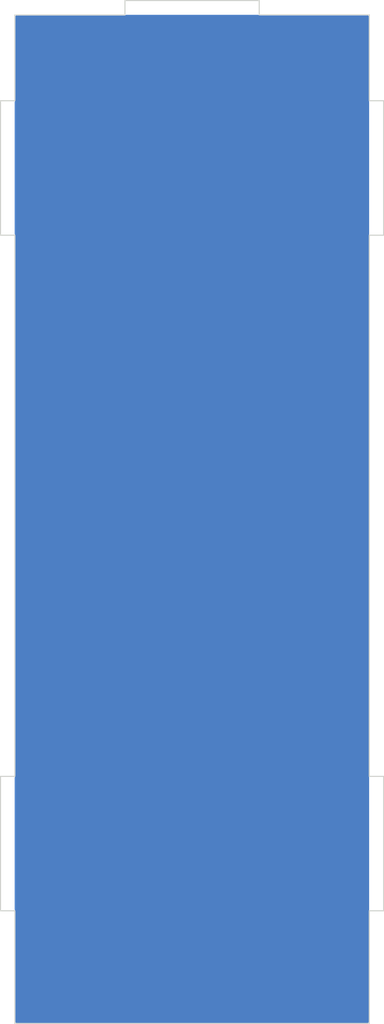
<source format=kicad_pcb>
(kicad_pcb
	(version 20241229)
	(generator "pcbnew")
	(generator_version "9.0")
	(general
		(thickness 1.6)
		(legacy_teardrops no)
	)
	(paper "A2")
	(layers
		(0 "F.Cu" signal)
		(2 "B.Cu" signal)
		(9 "F.Adhes" user "F.Adhesive")
		(11 "B.Adhes" user "B.Adhesive")
		(13 "F.Paste" user)
		(15 "B.Paste" user)
		(5 "F.SilkS" user "F.Silkscreen")
		(7 "B.SilkS" user "B.Silkscreen")
		(1 "F.Mask" user)
		(3 "B.Mask" user)
		(17 "Dwgs.User" user "User.Drawings")
		(19 "Cmts.User" user "User.Comments")
		(21 "Eco1.User" user "User.Eco1")
		(23 "Eco2.User" user "User.Eco2")
		(25 "Edge.Cuts" user)
		(27 "Margin" user)
		(31 "F.CrtYd" user "F.Courtyard")
		(29 "B.CrtYd" user "B.Courtyard")
		(35 "F.Fab" user)
		(33 "B.Fab" user)
		(39 "User.1" user)
		(41 "User.2" user)
		(43 "User.3" user)
		(45 "User.4" user)
	)
	(setup
		(pad_to_mask_clearance 0)
		(allow_soldermask_bridges_in_footprints no)
		(tenting front back)
		(pcbplotparams
			(layerselection 0x00000000_00000000_55555555_5755f5ff)
			(plot_on_all_layers_selection 0x00000000_00000000_00000000_00000000)
			(disableapertmacros no)
			(usegerberextensions no)
			(usegerberattributes yes)
			(usegerberadvancedattributes yes)
			(creategerberjobfile yes)
			(dashed_line_dash_ratio 12.000000)
			(dashed_line_gap_ratio 3.000000)
			(svgprecision 4)
			(plotframeref no)
			(mode 1)
			(useauxorigin no)
			(hpglpennumber 1)
			(hpglpenspeed 20)
			(hpglpendiameter 15.000000)
			(pdf_front_fp_property_popups yes)
			(pdf_back_fp_property_popups yes)
			(pdf_metadata yes)
			(pdf_single_document no)
			(dxfpolygonmode yes)
			(dxfimperialunits yes)
			(dxfusepcbnewfont yes)
			(psnegative no)
			(psa4output no)
			(plot_black_and_white yes)
			(plotinvisibletext no)
			(sketchpadsonfab no)
			(plotpadnumbers no)
			(hidednponfab no)
			(sketchdnponfab yes)
			(crossoutdnponfab yes)
			(subtractmaskfromsilk no)
			(outputformat 1)
			(mirror no)
			(drillshape 0)
			(scaleselection 1)
			(outputdirectory "export")
		)
	)
	(net 0 "")
	(net 1 "GND")
	(gr_line
		(start 69.12 149.91)
		(end 54.12 149.91)
		(stroke
			(width 0.12)
			(type solid)
		)
		(layer "Edge.Cuts")
		(uuid "04abbd49-bafd-4371-b22d-c48bc17cd714")
	)
	(gr_line
		(start 41.82 236.47)
		(end 40.22 236.47)
		(stroke
			(width 0.12)
			(type default)
		)
		(layer "Edge.Cuts")
		(uuid "11e83d29-73a8-483c-b2f1-ab1470262315")
	)
	(gr_line
		(start 83.02 161.09)
		(end 83.02 176.09)
		(stroke
			(width 0.12)
			(type default)
		)
		(layer "Edge.Cuts")
		(uuid "1722490c-f9b7-4ce1-9ebe-dfc87e543d96")
	)
	(gr_line
		(start 41.82 151.52)
		(end 41.82 161.09)
		(stroke
			(width 0.12)
			(type default)
		)
		(layer "Edge.Cuts")
		(uuid "1723abf1-b6b1-4813-a6ec-d42c52efa301")
	)
	(gr_line
		(start 83.02 236.47)
		(end 83.02 251.47)
		(stroke
			(width 0.12)
			(type default)
		)
		(layer "Edge.Cuts")
		(uuid "258b357b-b479-4aa3-9c67-2dcfbf042c6d")
	)
	(gr_line
		(start 81.42 251.47)
		(end 83.02 251.47)
		(stroke
			(width 0.12)
			(type default)
		)
		(layer "Edge.Cuts")
		(uuid "25d1e40a-5c67-4e04-adde-4b56b6abbb63")
	)
	(gr_line
		(start 81.42 176.09)
		(end 81.42 236.47)
		(stroke
			(width 0.12)
			(type default)
		)
		(layer "Edge.Cuts")
		(uuid "35d4b5d5-b0f0-4bb3-b175-f5234085d08e")
	)
	(gr_line
		(start 41.82 264.04)
		(end 81.42 264.04)
		(stroke
			(width 0.12)
			(type solid)
		)
		(layer "Edge.Cuts")
		(uuid "51dc5388-d8fa-424f-8c5e-2ab71f962abc")
	)
	(gr_line
		(start 81.42 251.47)
		(end 81.42 264.04)
		(stroke
			(width 0.12)
			(type default)
		)
		(layer "Edge.Cuts")
		(uuid "51f99d06-5348-46e1-ad14-4e730b65a855")
	)
	(gr_line
		(start 41.82 176.09)
		(end 41.82 236.47)
		(stroke
			(width 0.12)
			(type default)
		)
		(layer "Edge.Cuts")
		(uuid "52c92083-aa00-4de4-adb9-82ce91873747")
	)
	(gr_line
		(start 81.42 151.51)
		(end 81.42 161.09)
		(stroke
			(width 0.12)
			(type default)
		)
		(layer "Edge.Cuts")
		(uuid "58a95234-09de-4a79-a59e-188e7edc8da2")
	)
	(gr_line
		(start 40.22 251.47)
		(end 41.82 251.47)
		(stroke
			(width 0.12)
			(type default)
		)
		(layer "Edge.Cuts")
		(uuid "6556b97b-6331-4854-8864-7ea71442bc52")
	)
	(gr_line
		(start 83.02 236.47)
		(end 81.42 236.47)
		(stroke
			(width 0.12)
			(type default)
		)
		(layer "Edge.Cuts")
		(uuid "81ec82d2-5486-4669-be8f-45e5852db755")
	)
	(gr_line
		(start 83.02 161.09)
		(end 81.42 161.09)
		(stroke
			(width 0.12)
			(type default)
		)
		(layer "Edge.Cuts")
		(uuid "a922ddde-a4d8-4fcb-9722-c98d4f43dc24")
	)
	(gr_line
		(start 41.82 151.52)
		(end 54.12 151.52)
		(stroke
			(width 0.12)
			(type solid)
		)
		(layer "Edge.Cuts")
		(uuid "b73bafc8-4182-428a-95d9-ac84129af3d6")
	)
	(gr_line
		(start 69.12 151.51)
		(end 69.12 149.91)
		(stroke
			(width 0.12)
			(type default)
		)
		(layer "Edge.Cuts")
		(uuid "be8e6e0f-61e9-4e52-a7cb-c62e7636b548")
	)
	(gr_line
		(start 41.82 251.47)
		(end 41.82 264.04)
		(stroke
			(width 0.12)
			(type default)
		)
		(layer "Edge.Cuts")
		(uuid "c36aad0f-4ac5-423a-a944-6334966c25e9")
	)
	(gr_line
		(start 81.42 176.09)
		(end 83.02 176.09)
		(stroke
			(width 0.12)
			(type default)
		)
		(layer "Edge.Cuts")
		(uuid "c9b2a377-a568-4de3-aef4-0c812508222a")
	)
	(gr_line
		(start 54.12 149.91)
		(end 54.12 151.52)
		(stroke
			(width 0.12)
			(type solid)
		)
		(layer "Edge.Cuts")
		(uuid "cda9b918-caba-45ae-9d03-fcdfe1d6d417")
	)
	(gr_line
		(start 40.22 161.09)
		(end 40.22 176.09)
		(stroke
			(width 0.12)
			(type default)
		)
		(layer "Edge.Cuts")
		(uuid "d422947f-5c11-40b0-85f8-744cb674f716")
	)
	(gr_line
		(start 40.22 236.47)
		(end 40.22 251.47)
		(stroke
			(width 0.12)
			(type default)
		)
		(layer "Edge.Cuts")
		(uuid "ee9a2a47-8cec-4bee-9234-c9dac0ac418a")
	)
	(gr_line
		(start 69.12 151.51)
		(end 81.42 151.51)
		(stroke
			(width 0.12)
			(type solid)
		)
		(layer "Edge.Cuts")
		(uuid "f63b8aa2-c9af-4b87-b61a-d73a8a351cdb")
	)
	(gr_line
		(start 41.82 161.09)
		(end 40.22 161.09)
		(stroke
			(width 0.12)
			(type default)
		)
		(layer "Edge.Cuts")
		(uuid "f955034b-2e26-483f-9139-aeae27a66f8a")
	)
	(gr_line
		(start 40.22 176.09)
		(end 41.82 176.09)
		(stroke
			(width 0.12)
			(type default)
		)
		(layer "Edge.Cuts")
		(uuid "feea261b-a0d0-4014-9f53-2c01c0ae1099")
	)
	(zone
		(net 1)
		(net_name "GND")
		(layer "B.Cu")
		(uuid "cef9a6a7-cb91-4c22-979b-b6d1594c30a1")
		(hatch edge 0.5)
		(priority 2)
		(connect_pads
			(clearance 0.508)
		)
		(min_thickness 0.25)
		(filled_areas_thickness no)
		(fill yes
			(thermal_gap 0.5)
			(thermal_bridge_width 0.5)
		)
		(polygon
			(pts
				(xy 41.8 151.5) (xy 41.8 264) (xy 81.4 264) (xy 81.4 151.5)
			)
		)
		(filled_polygon
			(layer "B.Cu")
			(pts
				(xy 69.040117 151.519685) (xy 69.060759 151.536319) (xy 69.09494 151.5705) (xy 81.2355 151.5705)
				(xy 81.302539 151.590185) (xy 81.348294 151.642989) (xy 81.3595 151.6945) (xy 81.3595 161.11506)
				(xy 81.363681 161.119241) (xy 81.397166 161.180564) (xy 81.4 161.206922) (xy 81.4 175.973078) (xy 81.380315 176.040117)
				(xy 81.363681 176.060759) (xy 81.3595 176.064939) (xy 81.3595 236.49506) (xy 81.363681 236.499241)
				(xy 81.397166 236.560564) (xy 81.4 236.586922) (xy 81.4 251.353078) (xy 81.380315 251.420117) (xy 81.363681 251.440759)
				(xy 81.3595 251.444939) (xy 81.3595 263.8555) (xy 81.339815 263.922539) (xy 81.287011 263.968294)
				(xy 81.2355 263.9795) (xy 42.0045 263.9795) (xy 41.937461 263.959815) (xy 41.891706 263.907011)
				(xy 41.8805 263.8555) (xy 41.8805 251.44494) (xy 41.836319 251.400759) (xy 41.802834 251.339436)
				(xy 41.8 251.313078) (xy 41.8 236.626922) (xy 41.819685 236.559883) (xy 41.836319 236.539241) (xy 41.84506 236.5305)
				(xy 41.8805 236.49506) (xy 41.8805 176.06494) (xy 41.84506 176.0295) (xy 41.836319 176.020759) (xy 41.802834 175.959436)
				(xy 41.8 175.933078) (xy 41.8 161.246922) (xy 41.819685 161.179883) (xy 41.836319 161.159241) (xy 41.84506 161.1505)
				(xy 41.8805 161.11506) (xy 41.8805 151.7045) (xy 41.900185 151.637461) (xy 41.952989 151.591706)
				(xy 42.0045 151.5805) (xy 54.14506 151.5805) (xy 54.1805 151.54506) (xy 54.1805 151.545059) (xy 54.189241 151.536319)
				(xy 54.250564 151.502834) (xy 54.276922 151.5) (xy 68.973078 151.5)
			)
		)
	)
	(embedded_fonts no)
)

</source>
